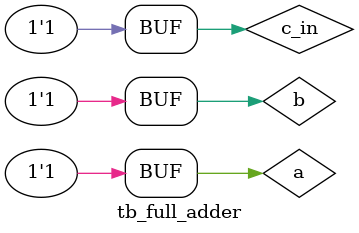
<source format=v>
`timescale 1ns/100ps

module tb_full_adder();
reg a,b,c_in;
wire c_out, sum;


full_adder full_adder( .a(a), .b(b), .c_in(c_in), .c_out(c_out),.sum(sum));

initial begin 

a = 1'd0; b=1'd0; c_in=1'b0;
#5 a=1'd1; b=1'd1; c_in =1'b1;

end

endmodule
</source>
